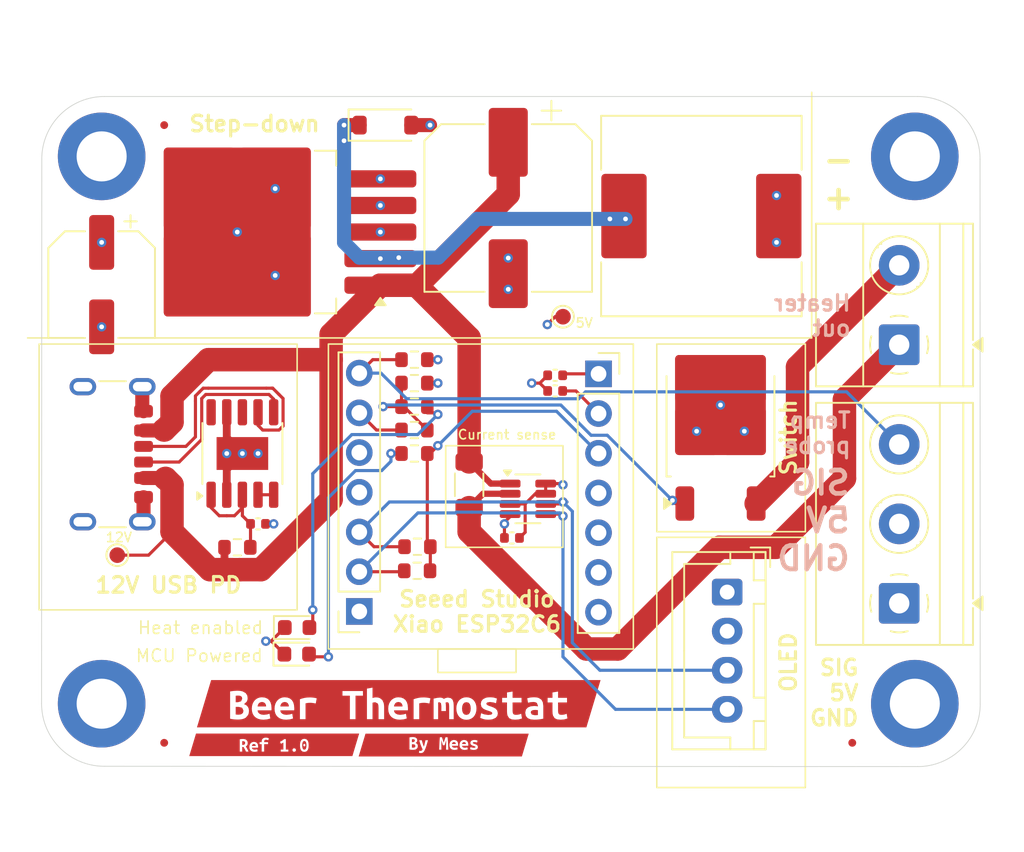
<source format=kicad_pcb>
(kicad_pcb (version 20241229) (generator "pcbnew") (generator_version "9.0")
  (layers (0 "F.Cu" signal) (4 "In1.Cu" signal) (6 "In2.Cu" signal) (2 "B.Cu" signal) (13 "F.Paste" user) (15 "B.Paste" user) (5 "F.SilkS" user "F.Silkscreen") (7 "B.SilkS" user "B.Silkscreen") (1 "F.Mask" user) (3 "B.Mask" user) (25 "Edge.Cuts" user))
  (net 0 "")
  (net 1 "VDD")
  (net 2 "+5V")
  (net 3 "Net-(D1-K)")
  (net 4 "Net-(D2-A)")
  (net 5 "Net-(J1-CC1)")
  (net 6 "Net-(J1-CC2)")
  (net 7 "Net-(U3-DM)")
  (net 8 "Net-(J3-Pin_7)")
  (net 9 "Net-(J3-Pin_6)")
  (net 10 "Net-(J3-Pin_4)")
  (net 11 "Net-(J3-Pin_5)")
  (net 12 "SCL")
  (net 13 "Net-(J4-Pin_1)")
  (net 14 "Net-(J4-Pin_5)")
  (net 15 "Net-(J4-Pin_4)")
  (net 16 "SDA")
  (net 17 "D1")
  (net 18 "D0")
  (net 20 "Net-(D3-A)")
  (net 21 "Net-(J3-Pin_2)")
  (net 22 "GND")
  (net 23 "HEAT+")
  (net 24 "HEAT-")
  (net 25 "Net-(Q1-G)")
  (net 26 "VBUS")
  (net 27 "+3V3")
  (footprint "LED_SMD:LED_0603_1608Metric" (layer "F.Cu") (at 136 105.129171)
    (property "Reference" "D2" (hide yes))
    (property "Value" "Red LED")
  )
  (footprint "Resistor_SMD:R_0603_1608Metric" (layer "F.Cu") (at 143.675 101.5 180)
    (property "Reference" "R8" (hide yes))
    (property "Value" "4.7k")
  )
  (footprint "Capacitor_SMD:C_0402_1005Metric" (layer "F.Cu") (at 152.5 90)
    (property "Reference" "C4" (hide yes))
    (property "Value" "1uF")
  )
  (footprint "kibuzzard-67EFB7D4" (layer "F.Cu") (at 145.372723 112.644594)
    (property "Reference" "kibuzzard-67EFB7D4" (hide yes))
    (property "Value" "G***" (hide yes))
  )
  (footprint "MountingHole:MountingHole_3.2mm_M3_DIN965_Pad" (layer "F.Cu") (at 175.5 75)
    (property "Reference" "H3" (hide yes))
    (property "Value" "MountingHole")
  )
  (footprint "MountingHole:MountingHole_3.2mm_M3_DIN965_Pad" (layer "F.Cu") (at 123.5 75)
    (property "Reference" "H1" (hide yes))
    (property "Value" "MountingHole")
  )
  (footprint "Capacitor_SMD:C_0402_1005Metric" (layer "F.Cu") (at 133.5 98.5 180)
    (property "Reference" "C6" (hide yes))
    (property "Value" "1uF")
  )
  (footprint "Inductor_SMD:L_SXN_SMDRI127" (layer "F.Cu") (at 161.8514 78.815375)
    (property "Reference" "L1" (hide yes))
    (property "Value" "33uH")
  )
  (footprint "Resistor_SMD:R_1206_3216Metric" (layer "F.Cu") (at 147 96 -90)
    (property "Reference" "R10" (hide yes))
    (property "Value" "20m")
  )
  (footprint "Connector_JST:JST_XH_B4B-XH-A_1x04_P2.50mm_Vertical" (layer "F.Cu") (at 163.5 102.860525 -90)
    (property "Reference" "J5" (hide yes))
    (property "Value" "Conn_01x04_Pin")
  )
  (footprint "TerminalBlock_Phoenix:TerminalBlock_Phoenix_MKDS-1,5-2-5.08_1x02_P5.08mm_Horizontal" (layer "F.Cu") (at 174.5 87.045 90)
    (property "Reference" "J2" (hide yes))
    (property "Value" "Screw_Terminal_01x02")
  )
  (footprint "Package_TO_SOT_SMD:TO-252-2" (layer "F.Cu") (at 163.0725 92.16 90)
    (property "Reference" "Q1" (hide yes))
    (property "Value" "AOD4184A")
  )
  (footprint "Capacitor_SMD:CP_Elec_10x10.5" (layer "F.Cu") (at 149.5 78.3 -90)
    (property "Reference" "C2" (hide yes))
    (property "Value" "680uF")
  )
  (footprint "Capacitor_SMD:C_0402_1005Metric" (layer "F.Cu") (at 152.5 89)
    (property "Reference" "C1" (hide yes))
    (property "Value" "1uF")
  )
  (footprint "Fiducial:Fiducial_0.5mm_Mask1.5mm" (layer "F.Cu") (at 127.5 112.5)
    (property "Reference" "FID2" (hide yes))
    (property "Value" "Fiducial")
  )
  (footprint "TestPoint:TestPoint_Pad_D1.0mm" (layer "F.Cu") (at 124.5 100.5)
    (property "Reference" "TP1" (hide yes))
    (property "Value" "TestPoint")
  )
  (footprint "Connector_USB:USB_C_Receptacle_GCT_USB4125-xx-x_6P_TopMnt_Horizontal" (layer "F.Cu") (at 123.098973 94.045995 -90)
    (property "Reference" "J1" (hide yes))
    (property "Value" "USB_C_Receptacle_USB2.0_14P")
  )
  (footprint "Package_TO_SOT_SMD:SOT-23-8" (layer "F.Cu") (at 150.75747 96.899003)
    (property "Reference" "U4" (hide yes))
    (property "Value" "INA219AxDCN")
  )
  (footprint "LED_SMD:LED_0603_1608Metric" (layer "F.Cu") (at 135.974165 106.829694)
    (property "Reference" "D3" (hide yes))
    (property "Value" "Red LED")
  )
  (footprint "TestPoint:TestPoint_Pad_D1.0mm" (layer "F.Cu") (at 153 85.252164)
    (property "Reference" "TP2" (hide yes))
    (property "Value" "TestPoint")
  )
  (footprint "MountingHole:MountingHole_3.2mm_M3_DIN965_Pad" (layer "F.Cu") (at 123.5 110)
    (property "Reference" "H2" (hide yes))
    (property "Value" "MountingHole")
  )
  (footprint "kibuzzard-67EFB7C2" (layer "F.Cu") (at 142.5 110)
    (property "Reference" "kibuzzard-67EFB7C2" (hide yes))
    (property "Value" "G***" (hide yes))
  )
  (footprint "Capacitor_SMD:C_0402_1005Metric" (layer "F.Cu") (at 149.73747 99.399003)
    (property "Reference" "C5" (hide yes))
    (property "Value" "1uF")
  )
  (footprint "Resistor_SMD:R_0603_1608Metric" (layer "F.Cu") (at 143.5 92.5 180)
    (property "Reference" "R7" (hide yes))
    (property "Value" "200R")
  )
  (footprint "Resistor_SMD:R_0603_1608Metric" (layer "F.Cu") (at 143.5 88 180)
    (property "Reference" "R4" (hide yes))
    (property "Value" "10K")
  )
  (footprint "Capacitor_SMD:CP_Elec_6.3x7.7" (layer "F.Cu") (at 123.5 83.2 -90)
    (property "Reference" "C3" (hide yes))
    (property "Value" "220uF")
  )
  (footprint "MountingHole:MountingHole_3.2mm_M3_DIN965_Pad" (layer "F.Cu") (at 175.5 110)
    (property "Reference" "H4" (hide yes))
    (property "Value" "MountingHole")
  )
  (footprint "Resistor_SMD:R_0603_1608Metric" (layer "F.Cu") (at 143.5 89.5)
    (property "Reference" "R2" (hide yes))
    (property "Value" "10K")
  )
  (footprint "Package_TO_SOT_SMD:TO-263-5_TabPin3" (layer "F.Cu") (at 133.67311 79.838457 180)
    (property "Reference" "U2" (hide yes))
    (property "Value" "LM2596S-5")
  )
  (footprint "Diode_SMD:D_SOD-123" (layer "F.Cu") (at 141.65 73)
    (property "Reference" "D1" (hide yes))
    (property "Value" "D")
  )
  (footprint "Fiducial:Fiducial_0.5mm_Mask1.5mm" (layer "F.Cu") (at 171.5 112.5)
    (property "Reference" "FID3" (hide yes))
    (property "Value" "Fiducial")
  )
  (footprint "Resistor_SMD:R_0603_1608Metric" (layer "F.Cu") (at 143.693317 99.96068 180)
    (property "Reference" "R9" (hide yes))
    (property "Value" "4.7k")
  )
  (footprint "TerminalBlock_Phoenix:TerminalBlock_Phoenix_MKDS-1,5-3-5.08_1x03_P5.08mm_Horizontal" (layer "F.Cu") (at 174.5 103.58 90)
    (property "Reference" "J6" (hide yes))
    (property "Value" "Screw_Terminal_01x03")
  )
  (footprint "Resistor_SMD:R_0603_1608Metric" (layer "F.Cu") (at 143.5 94 180)
    (property "Reference" "R6" (hide yes))
    (property "Value" "200R")
  )
  (footprint "Connector_PinSocket_2.54mm:PinSocket_1x07_P2.54mm_Vertical" (layer "F.Cu") (at 139.975 104.1 180)
    (property "Reference" "J4" (hide yes))
    (property "Value" "Conn_01x07_Socket")
  )
  (footprint "Fiducial:Fiducial_0.5mm_Mask1.5mm" (layer "F.Cu") (at 127.5 73)
    (property "Reference" "FID1" (hide yes))
    (property "Value" "Fiducial")
  )
  (footprint "Resistor_SMD:R_0603_1608Metric" (layer "F.Cu") (at 132.18 100)
    (property "Reference" "R1" (hide yes))
    (property "Value" "1K")
  )
  (footprint "Package_SO:SSOP-10-1EP_3.9x4.9mm_P1mm_EP2.1x3.3mm" (layer "F.Cu") (at 132.5 94 90)
    (property "Reference" "U3" (hide yes))
    (property "Value" "CH224K")
  )
  (footprint "kibuzzard-67EFB7CE" (layer "F.Cu") (at 134.534557 112.629329)
    (property "Reference" "kibuzzard-67EFB7CE" (hide yes))
    (property "Value" "G***" (hide yes))
  )
  (footprint "Connector_PinSocket_2.54mm:PinSocket_1x07_P2.54mm_Vertical" (layer "F.Cu") (at 155.27424 88.905338)
    (property "Reference" "J3" (hide yes))
    (property "Value" "Conn_01x07_Socket")
  )
  (footprint "Resistor_SMD:R_0603_1608Metric" (layer "F.Cu") (at 143.5 91)
    (property "Reference" "R3" (hide yes))
    (property "Value" "200R")
  )
  (gr_line (start 144.5 88) (end 145 88) (stroke (width 0.2)) (layer "F.Cu") (net 2))
  (gr_rect (start 119.5 87) (end 136 104) (stroke (width 0.1)) (fill no) (layer "F.SilkS"))
  (gr_rect (start 159 87) (end 168.5 99) (stroke (width 0.1)) (fill no) (layer "F.SilkS"))
  (gr_rect (start 138 87) (end 157.5 106.5) (stroke (width 0.1)) (fill no) (layer "F.SilkS"))
  (gr_rect (start 145.5 93.5) (end 153 100) (stroke (width 0.1)) (fill no) (layer "F.SilkS"))
  (gr_line (start 126.91 86.61) (end 168.903562 86.61) (stroke (width 0.1)) (layer "F.SilkS"))
  (gr_rect (start 145 106.5) (end 150 108) (stroke (width 0.1)) (fill no) (layer "F.SilkS"))
  (gr_rect (start 159 99.360525) (end 168.5 115.360525) (stroke (width 0.1)) (fill no) (layer "F.SilkS"))
  (gr_line (start 120.09 86.61) (end 118.765612 86.61) (stroke (width 0.1)) (layer "F.SilkS"))
  (gr_line (start 168.903562 86.61) (end 168.904479 70.907363) (stroke (width 0.1)) (layer "F.SilkS"))
  (gr_arc (start 123.66 114) (mid 120.831573 112.828427) (end 119.66 110) (stroke (width 0.05)) (layer "Edge.Cuts"))
  (gr_line (start 119.671573 75.171573) (end 119.66 110) (stroke (width 0.05)) (layer "Edge.Cuts"))
  (gr_line (start 175.671573 71.171573) (end 123.671573 71.171573) (stroke (width 0.05)) (layer "Edge.Cuts"))
  (gr_arc (start 179.682055 110.021421) (mid 178.510482 112.849848) (end 175.682055 114.021421) (stroke (width 0.05)) (layer "Edge.Cuts"))
  (gr_arc (start 119.671573 75.171573) (mid 120.843146 72.343146) (end 123.671573 71.171573) (stroke (width 0.05)) (layer "Edge.Cuts"))
  (gr_arc (start 175.671573 71.171573) (mid 178.5 72.343146) (end 179.671573 75.171573) (stroke (width 0.05)) (layer "Edge.Cuts"))
  (gr_line (start 179.682055 110.021421) (end 179.671573 75.171573) (stroke (width 0.05)) (layer "Edge.Cuts"))
  (gr_line (start 123.66 114) (end 175.682055 114.021421) (stroke (width 0.05)) (layer "Edge.Cuts"))
  (gr_text "OLED" (at 168 109.360525 90) (layer "F.SilkS") (effects (font (size 1 1) (thickness 0.2) (bold yes)) (justify left bottom)))
  (gr_text "Seeed Studio\nXiao ESP32C6" (at 147.5 105.5 0) (layer "F.SilkS") (effects (font (size 1 1) (thickness 0.2) (bold yes)) (justify bottom)))
  (gr_text "Step-down" (at 129 73.5 0) (layer "F.SilkS") (effects (font (size 1 1) (thickness 0.2) (bold yes)) (justify left bottom)))
  (gr_text "12V USB PD" (at 123 103 0) (layer "F.SilkS") (effects (font (size 1 1) (thickness 0.2) (bold yes)) (justify left bottom)))
  (gr_text "MCU Powered" (at 133.863293 107.396432 0) (layer "F.SilkS") (effects (font (size 0.8 0.8) (thickness 0.1)) (justify right bottom)))
  (gr_text "SIG\n5V\nGND" (at 172 111.5 0) (layer "F.SilkS") (effects (font (size 1 1) (thickness 0.2) (bold yes)) (justify right bottom)))
  (gr_text "Heat enabled" (at 125.75458 105.609027 0) (layer "F.SilkS") (effects (font (size 0.8 0.8) (thickness 0.1)) (justify left bottom)))
  (gr_text "5V" (at 153.749567 86 0) (layer "F.SilkS") (effects (font (size 0.6 0.6) (thickness 0.1)) (justify left bottom)))
  (gr_text "Switch" (at 168 95.5 90) (layer "F.SilkS") (effects (font (size 1 1) (thickness 0.2) (bold yes)) (justify left bottom)))
  (gr_text "12V" (at 123.709261 99.712003 0) (layer "F.SilkS") (effects (font (size 0.6 0.6) (thickness 0.1)) (justify left bottom)))
  (gr_text "Current sense" (at 146.214399 93.145345 0) (layer "F.SilkS") (effects (font (size 0.6 0.6) (thickness 0.1) (bold yes)) (justify left bottom)))
  (gr_text "-\n+" (at 169.5 78.5 0) (layer "F.SilkS") (effects (font (size 1.5 1.5) (thickness 0.3) (bold yes)) (justify left bottom)))
  (gr_text "Heater\nout" (at 171.5 86.58 0) (layer "B.SilkS") (effects (font (size 1 1) (thickness 0.2) (bold yes)) (justify left bottom mirror)))
  (gr_text "SIG\n5V\nGND" (at 171.5 101.58 0) (layer "B.SilkS") (effects (font (size 1.5 1.5) (thickness 0.3) (bold yes)) (justify left bottom mirror)))
  (gr_text "Temp\nprobe" (at 171.5 94.08 0) (layer "B.SilkS") (effects (font (size 1 1) (thickness 0.2) (bold yes)) (justify left bottom mirror)))
  (segment (start 133.02 99.985) (end 133.005 100) (width 0.2) (layer "F.Cu") (net 1))
  (segment (start 132.5 97.474999) (end 132.5 96.6375) (width 0.2) (layer "F.Cu") (net 1))
  (segment (start 133.02 98.5) (end 133.02 99.985) (width 0.2) (layer "F.Cu") (net 1))
  (segment (start 132.5 97.98) (end 133.02 98.5) (width 0.2) (layer "F.Cu") (net 1))
  (segment (start 131.02 97.98) (end 130.5 97.46) (width 0.2) (layer "F.Cu") (net 1))
  (segment (start 131.994999 97.98) (end 132.5 97.474999) (width 0.2) (layer "F.Cu") (net 1))
  (segment (start 131.5 97.98) (end 131.02 97.98) (width 0.2) (layer "F.Cu") (net 1))
  (segment (start 130.5 97.46) (end 130.5 96.6375) (width 0.2) (layer "F.Cu") (net 1))
  (segment (start 131.5 97.98) (end 131.994999 97.98) (width 0.2) (layer "F.Cu") (net 1))
  (segment (start 132.5 96.6375) (end 132.5 97.98) (width 0.2) (layer "F.Cu") (net 1))
  (segment (start 149.61997 98.036503) (end 149.25747 98.399003) (width 0.2) (layer "F.Cu") (net 2))
  (segment (start 149.25747 99.399003) (end 149.25747 98.399003) (width 0.2) (layer "F.Cu") (net 2))
  (segment (start 153 85.252164) (end 152.5 85.252164) (width 0.2) (layer "F.Cu") (net 2))
  (segment (start 155.27424 88.905338) (end 153.074662 88.905338) (width 0.2) (layer "F.Cu") (net 2))
  (segment (start 152.5 85.252164) (end 152 85.752164) (width 0.2) (layer "F.Cu") (net 2))
  (segment (start 149.61997 97.874003) (end 149.61997 98.036503) (width 0.2) (layer "F.Cu") (net 2))
  (segment (start 153.074662 88.905338) (end 152.98 89) (width 0.2) (layer "F.Cu") (net 2))
  (segment (start 144.325 88) (end 145 88) (width 0.2) (layer "F.Cu") (net 2))
  (via (at 152 85.752164) (size 0.6) (drill 0.3) (layers "F.Cu" "B.Cu") (net 2))
  (via (at 141.32311 78.138457) (size 0.6) (drill 0.3) (layers "F.Cu" "B.Cu") (net 2))
  (via (at 166.656708 77.5) (size 0.6) (drill 0.3) (layers "F.Cu" "B.Cu") (net 2))
  (via (at 123.5 80.5) (size 0.6) (drill 0.3) (layers "F.Cu" "B.Cu") (net 2))
  (via (at 166.656708 80.5) (size 0.6) (drill 0.3) (layers "F.Cu" "B.Cu") (net 2))
  (via (at 149.25747 98.5) (size 0.6) (drill 0.3) (layers "F.Cu" "B.Cu") (net 2))
  (via (at 145 88) (size 0.6) (drill 0.3) (layers "F.Cu" "B.Cu") (net 2))
  (segment (start 140 73) (end 139 73) (width 0.9) (layer "F.Cu") (net 3))
  (segment (start 139 73) (end 139 74) (width 0.9) (layer "F.Cu") (net 3))
  (via (at 141.32311 81.538457) (size 0.6) (drill 0.3) (layers "F.Cu" "B.Cu") (net 3))
  (via (at 139 73) (size 0.6) (drill 0.3) (layers "F.Cu" "B.Cu") (net 3))
  (via (at 157 79) (size 0.6) (drill 0.3) (layers "F.Cu" "B.Cu") (net 3))
  (via (at 156 79) (size 0.6) (drill 0.3) (layers "F.Cu" "B.Cu") (net 3))
  (via (at 139 74) (size 0.6) (drill 0.3) (layers "F.Cu" "B.Cu") (net 3))
  (via (at 142.5 81.475) (size 0.6) (drill 0.3) (layers "F.Cu" "B.Cu") (net 3))
  (segment (start 145.025 81.475) (end 147.5 79) (width 0.9) (layer "B.Cu") (net 3))
  (segment (start 147.5 79) (end 157 79) (width 0.9) (layer "B.Cu") (net 3))
  (segment (start 142.5 81.475) (end 145.025 81.475) (width 0.9) (layer "B.Cu") (net 3))
  (segment (start 139 80.5) (end 139 73) (width 0.9) (layer "B.Cu") (net 3))
  (segment (start 139.975 81.475) (end 139 80.5) (width 0.9) (layer "B.Cu") (net 3))
  (segment (start 142.5 81.475) (end 139.975 81.475) (width 0.9) (layer "B.Cu") (net 3))
  (segment (start 137 104) (end 137 104.954171) (width 0.2) (layer "F.Cu") (net 4))
  (segment (start 145 91.5) (end 144.901 91.401) (width 0.2) (layer "F.Cu") (net 4))
  (segment (start 144.325 91) (end 144.5 91) (width 0.2) (layer "F.Cu") (net 4))
  (segment (start 137 104.954171) (end 136.825 105.129171) (width 0.2) (layer "F.Cu") (net 4))
  (segment (start 144.901 91.401) (end 144.325 91.401) (width 0.2) (layer "F.Cu") (net 4))
  (via (at 145 91.5) (size 0.6) (drill 0.3) (layers "F.Cu" "B.Cu") (net 4))
  (via (at 137 104) (size 0.6) (drill 0.3) (layers "F.Cu" "B.Cu") (net 4))
  (segment (start 137 95.28724) (end 137 104) (width 0.2) (layer "B.Cu") (net 4))
  (segment (start 140 92.789) (end 139.49824 92.789) (width 0.2) (layer "B.Cu") (net 4))
  (segment (start 139.49824 92.789) (end 137 95.28724) (width 0.2) (layer "B.Cu") (net 4))
  (segment (start 140 92.789) (end 143.711 92.789) (width 0.2) (layer "B.Cu") (net 4))
  (segment (start 143.711 92.789) (end 145 91.5) (width 0.2) (layer "B.Cu") (net 4))
  (segment (start 135.101 90.484032) (end 135.101 92.240968) (width 0.2) (layer "F.Cu") (net 5))
  (segment (start 129.7329 90.083032) (end 129.758032 90.0579) (width 0.2) (layer "F.Cu") (net 5))
  (segment (start 130.325132 89.823) (end 134.032899 89.823) (width 0.2) (layer "F.Cu") (net 5))
  (segment (start 129.498 90.317932) (end 129.7329 90.083032) (width 0.2) (layer "F.Cu") (net 5))
  (segment (start 134.840968 90.224) (end 135.101 90.484032) (width 0.2) (layer "F.Cu") (net 5))
  (segment (start 129.498 92.9349) (end 129.498 90.650132) (width 0.2) (layer "F.Cu") (net 5))
  (segment (start 135.101 92.240968) (end 134.840968 92.501) (width 0.2) (layer "F.Cu") (net 5))
  (segment (start 126.178973 93.545995) (end 128.886905 93.545995) (width 0.2) (layer "F.Cu") (net 5))
  (segment (start 134.840968 92.501) (end 134.159032 92.501) (width 0.2) (layer "F.Cu") (net 5))
  (segment (start 134.032899 89.823) (end 134.365099 89.823) (width 0.2) (layer "F.Cu") (net 5))
  (segment (start 133.801001 92.501) (end 133.5 92.199999) (width 0.2) (layer "F.Cu") (net 5))
  (segment (start 134.439968 89.823) (end 134.840968 90.224) (width 0.2) (layer "F.Cu") (net 5))
  (segment (start 129.992932 89.823) (end 130.325132 89.823) (width 0.2) (layer "F.Cu") (net 5))
  (segment (start 134.159032 92.501) (end 133.801001 92.501) (width 0.2) (layer "F.Cu") (net 5))
  (segment (start 129.498 90.650132) (end 129.498 90.317932) (width 0.2) (layer "F.Cu") (net 5))
  (segment (start 129.758032 90.0579) (end 129.992932 89.823) (width 0.2) (layer "F.Cu") (net 5))
  (segment (start 128.886905 93.545995) (end 129.498 92.9349) (width 0.2) (layer "F.Cu") (net 5))
  (segment (start 133.5 92.199999) (end 133.5 91.3625) (width 0.2) (layer "F.Cu") (net 5))
  (segment (start 134.365099 89.823) (end 134.439968 89.823) (width 0.2) (layer "F.Cu") (net 5))
  (segment (start 130.159032 90.224) (end 134.198999 90.224) (width 0.2) (layer "F.Cu") (net 6))
  (segment (start 126.178973 94.545995) (end 128.454005 94.545995) (width 0.2) (layer "F.Cu") (net 6))
  (segment (start 134.5 90.525001) (end 134.5 91.3625) (width 0.2) (layer "F.Cu") (net 6))
  (segment (start 128.454005 94.545995) (end 129.899 93.101) (width 0.2) (layer "F.Cu") (net 6))
  (segment (start 129.899 93.101) (end 129.899 90.484032) (width 0.2) (layer "F.Cu") (net 6))
  (segment (start 129.899 90.484032) (end 130.159032 90.224) (width 0.2) (layer "F.Cu") (net 6))
  (segment (start 134.198999 90.224) (end 134.5 90.525001) (width 0.2) (layer "F.Cu") (net 6))
  (segment (start 133.5 96.6375) (end 134.5 96.6375) (width 0.2) (layer "F.Cu") (net 7))
  (segment (start 142.79 101.56) (end 142.85 101.5) (width 0.2) (layer "F.Cu") (net 12))
  (segment (start 152.874003 97.874003) (end 153 98) (width 0.2) (layer "F.Cu") (net 12))
  (segment (start 139.975 101.56) (end 142.79 101.56) (width 0.2) (layer "F.Cu") (net 12))
  (segment (start 151.89497 97.874003) (end 152.874003 97.874003) (width 0.2) (layer "F.Cu") (net 12))
  (via (at 153 98) (size 0.6) (drill 0.3) (layers "F.Cu" "B.Cu") (net 12))
  (segment (start 142 99.523003) (end 142 99.535) (width 0.2) (layer "B.Cu") (net 12))
  (segment (start 146.139923 97.798003) (end 146.188926 97.749) (width 0.2) (layer "B.Cu") (net 12))
  (segment (start 147.188926 97.749) (end 147.811074 97.749) (width 0.2) (layer "B.Cu") (net 12))
  (segment (start 147.811074 97.749) (end 147.860077 97.798003) (width 0.2) (layer "B.Cu") (net 12))
  (segment (start 156.360525 110.360525) (end 153 107) (width 0.2) (layer "B.Cu") (net 12))
  (segment (start 153 107) (end 153 98) (width 0.2) (layer "B.Cu") (net 12))
  (segment (start 146.188926 97.749) (end 147.188926 97.749) (width 0.2) (layer "B.Cu") (net 12))
  (segment (start 142 99.535) (end 139.975 101.56) (width 0.2) (layer "B.Cu") (net 12))
  (segment (start 163.5 110.360525) (end 156.360525 110.360525) (width 0.2) (layer "B.Cu") (net 12))
  (segment (start 152.798003 97.798003) (end 153 98) (width 0.2) (layer "B.Cu") (net 12))
  (segment (start 147.860077 97.798003) (end 152.798003 97.798003) (width 0.2) (layer "B.Cu") (net 12))
  (segment (start 143.725 97.798003) (end 142 99.523003) (width 0.2) (layer "B.Cu") (net 12))
  (segment (start 143.725 97.798003) (end 146.139923 97.798003) (width 0.2) (layer "B.Cu") (net 12))
  (segment (start 153.25747 97.099) (end 153.132467 97.224003) (width 0.2) (layer "F.Cu") (net 16))
  (segment (start 139.975 99.02) (end 140.91568 99.96068) (width 0.2) (layer "F.Cu") (net 16))
  (segment (start 140.91568 99.96068) (end 142.868317 99.96068) (width 0.2) (layer "F.Cu") (net 16))
  (segment (start 153.132467 97.224003) (end 151.89497 97.224003) (width 0.2) (layer "F.Cu") (net 16))
  (via (at 153 97.099) (size 0.6) (drill 0.3) (layers "F.Cu" "B.Cu") (net 16))
  (segment (start 163.5 107.860525) (end 155.360525 107.860525) (width 0.2) (layer "B.Cu") (net 16))
  (segment (start 153.25747 97.099) (end 141.896 97.099) (width 0.2) (layer "B.Cu") (net 16))
  (segment (start 155.360525 107.860525) (end 153.601 106.101) (width 0.2) (layer "B.Cu") (net 16))
  (segment (start 141.896 97.099) (end 139.975 99.02) (width 0.2) (layer "B.Cu") (net 16))
  (segment (start 153.601 97.7) (end 153 97.099) (width 0.2) (layer "B.Cu") (net 16))
  (segment (start 153.601 106.101) (end 153.601 97.7) (width 0.2) (layer "B.Cu") (net 16))
  (segment (start 142.675 92.5) (end 141.075 92.5) (width 0.2) (layer "F.Cu") (net 17))
  (segment (start 141.075 92.5) (end 139.975 91.4) (width 0.2) (layer "F.Cu") (net 17))
  (segment (start 140.835 88) (end 142.675 88) (width 0.2) (layer "F.Cu") (net 18))
  (segment (start 139.975 88.86) (end 140.835 88) (width 0.2) (layer "F.Cu") (net 18))
  (segment (start 143 90.498) (end 153.998 90.498) (width 0.2) (layer "B.Cu") (net 18))
  (segment (start 154.443662 90.056338) (end 171.136338 90.056338) (width 0.2) (layer "B.Cu") (net 18))
  (segment (start 154 90.5) (end 154.443662 90.056338) (width 0.2) (layer "B.Cu") (net 18))
  (segment (start 139.975 88.86) (end 141.362 88.86) (width 0.2) (layer "B.Cu") (net 18))
  (segment (start 141.362 88.86) (end 143 90.498) (width 0.2) (layer "B.Cu") (net 18))
  (segment (start 171.136338 90.056338) (end 174.5 93.42) (width 0.2) (layer "B.Cu") (net 18))
  (segment (start 153.998 90.498) (end 154 90.5) (width 0.2) (layer "B.Cu") (net 18))
  (segment (start 136.969471 107) (end 136.799165 106.829694) (width 0.2) (layer "F.Cu") (net 20))
  (segment (start 138 107) (end 136.969471 107) (width 0.2) (layer "F.Cu") (net 20))
  (segment (start 142.675 94) (end 142 94) (width 0.2) (layer "F.Cu") (net 20))
  (via (at 142 94) (size 0.6) (drill 0.3) (layers "F.Cu" "B.Cu") (net 20))
  (via (at 138 107) (size 0.6) (drill 0.3) (layers "F.Cu" "B.Cu") (net 20))
  (segment (start 138 107) (end 138 96.82724) (width 0.2) (layer "B.Cu") (net 20))
  (segment (start 142 94) (end 142 94.5) (width 0.2) (layer "B.Cu") (net 20))
  (segment (start 139.73624 95.091) (end 141.409 95.091) (width 0.2) (layer "B.Cu") (net 20))
  (segment (start 138 96.82724) (end 139.73624 95.091) (width 0.2) (layer "B.Cu") (net 20))
  (segment (start 142 94.5) (end 141.409 95.091) (width 0.2) (layer "B.Cu") (net 20))
  (segment (start 153.828902 90) (end 152.98 90) (width 0.2) (layer "F.Cu") (net 21))
  (segment (start 155.27424 91.445338) (end 153.828902 90) (width 0.2) (layer "F.Cu") (net 21))
  (segment (start 151.89497 96.574003) (end 151.232471 96.574003) (width 0.2) (layer "F.Cu") (net 22))
  (segment (start 151.232471 96.574003) (end 150.582471 97.224003) (width 0.2) (layer "F.Cu") (net 22))
  (segment (start 152.924003 95.924003) (end 153 96) (width 0.2) (layer "F.Cu") (net 22))
  (segment (start 151 89.5) (end 151.52 89.5) (width 0.2) (layer "F.Cu") (net 22))
  (segment (start 134 106) (end 134.356971 106) (width 0.2) (layer "F.Cu") (net 22))
  (segment (start 131.5 95) (end 132.5 94) (width 0.5) (layer "F.Cu") (net 22))
  (segment (start 126.178973 96.795995) (end 126.178973 98.285995) (width 0.9) (layer "F.Cu") (net 22))
  (segment (start 151.52 89.5) (end 152.02 89) (width 0.2) (layer "F.Cu") (net 22))
  (segment (start 151.52 89.5) (end 152.02 90) (width 0.2) (layer "F.Cu") (net 22))
  (segment (start 134.341671 106) (end 135.2125 105.129171) (width 0.2) (layer "F.Cu") (net 22))
  (segment (start 133.98 98.5) (end 134.5 98.5) (width 0.2) (layer "F.Cu") (net 22))
  (segment (start 134.356971 106) (end 135.186665 106.829694) (width 0.2) (layer "F.Cu") (net 22))
  (segment (start 126.098973 89.725995) (end 126.098973 91.215995) (width 0.9) (layer "F.Cu") (net 22))
  (segment (start 144.325 89.5) (end 145 89.5) (width 0.2) (layer "F.Cu") (net 22))
  (segment (start 126.098973 91.215995) (end 126.178973 91.295995) (width 0.9) (layer "F.Cu") (net 22))
  (segment (start 151.89497 95.924003) (end 151.89497 96.574003) (width 0.2) (layer "F.Cu") (net 22))
  (segment (start 143.3 73) (end 144.5 73) (width 0.9) (layer "F.Cu") (net 22))
  (segment (start 131.5 91.5) (end 131.5 93) (width 0.5) (layer "F.Cu") (net 22))
  (segment (start 131.5 91.3625) (end 131.5 91.5) (width 0.5) (layer "F.Cu") (net 22))
  (segment (start 150.21747 99.399003) (end 150.582471 99.034002) (width 0.2) (layer "F.Cu") (net 22))
  (segment (start 131.5 96.6375) (end 131.5 95) (width 0.5) (layer "F.Cu") (net 22))
  (segment (start 131.5 93) (end 132.5 94) (width 0.5) (layer "F.Cu") (net 22))
  (segment (start 151.89497 95.924003) (end 152.924003 95.924003) (width 0.2) (layer "F.Cu") (net 22))
  (segment (start 126.178973 98.285995) (end 126.098973 98.365995) (width 0.9) (layer "F.Cu") (net 22))
  (segment (start 150.582471 97.224003) (end 149.61997 97.224003) (width 0.2) (layer "F.Cu") (net 22))
  (segment (start 134 106) (end 134.341671 106) (width 0.2) (layer "F.Cu") (net 22))
  (segment (start 150.582471 99.034002) (end 150.582471 97.224003) (width 0.2) (layer "F.Cu") (net 22))
  (via (at 134 106) (size 0.6) (drill 0.3) (layers "F.Cu" "B.Cu") (net 22))
  (via (at 134.59811 82.613457) (size 0.6) (drill 0.3) (layers "F.Cu" "B.Cu") (net 22))
  (via (at 131.5 94) (size 0.6) (drill 0.3) (layers "F.Cu" "B.Cu") (net 22))
  (via (at 149.5 81.5) (size 0.6) (drill 0.3) (layers "F.Cu" "B.Cu") (net 22))
  (via (at 145 89.5) (size 0.6) (drill 0.3) (layers "F.Cu" "B.Cu") (net 22))
  (via (at 144.5 73) (size 0.6) (drill 0.3) (layers "F.Cu" "B.Cu") (net 22))
  (via (at 151 89.5) (size 0.6) (drill 0.3) (layers "F.Cu" "B.Cu") (net 22))
  (via (at 134.5 98.5) (size 0.6) (drill 0.3) (layers "F.Cu" "B.Cu") (net 22))
  (via (at 141.32311 79.838457) (size 0.6) (drill 0.3) (layers "F.Cu" "B.Cu") (net 22))
  (via (at 123.5 85.9) (size 0.6) (drill 0.3) (layers "F.Cu" "B.Cu") (net 22))
  (via (at 134.59811 77.063457) (size 0.6) (drill 0.3) (layers "F.Cu" "B.Cu") (net 22))
  (via (at 132.5 94) (size 0.6) (drill 0.3) (layers "F.Cu" "B.Cu") (net 22))
  (via (at 164.5975 92.575) (size 0.6) (drill 0.3) (layers "F.Cu" "B.Cu") (net 22))
  (via (at 141.32311 76.438457) (size 0.6) (drill 0.3) (layers "F.Cu" "B.Cu") (net 22))
  (via (at 153 96) (size 0.6) (drill 0.3) (layers "F.Cu" "B.Cu") (net 22))
  (via (at 149.5 83.5) (size 0.6) (drill 0.3) (layers "F.Cu" "B.Cu") (net 22))
  (via (at 161.5475 92.575) (size 0.6) (drill 0.3) (layers "F.Cu" "B.Cu") (net 22))
  (via (at 133.5 94) (size 0.6) (drill 0.3) (layers "F.Cu" "B.Cu") (net 22))
  (via (at 132.17311 79.838457) (size 0.6) (drill 0.3) (layers "F.Cu" "B.Cu") (net 22))
  (via (at 163.0725 90.9) (size 0.6) (drill 0.3) (layers "F.Cu" "B.Cu") (net 22))
  (segment (start 166.601395 100) (end 171 95.601395) (width 1.5) (layer "F.Cu") (net 23))
  (segment (start 147 98.99832) (end 154.50168 106.5) (width 1.5) (layer "F.Cu") (net 23))
  (segment (start 147 97.4625) (end 147 98.99832) (width 1.5) (layer "F.Cu") (net 23))
  (segment (start 147.888497 96.574003) (end 147 97.4625) (width 0.4) (layer "F.Cu") (net 23))
  (segment (start 171 95.601395) (end 171 90.545) (width 1.5) (layer "F.Cu") (net 23))
  (segment (start 163 100) (end 166.601395 100) (width 1.5) (layer "F.Cu") (net 23))
  (segment (start 156.5 106.5) (end 163 100) (width 1.5) (layer "F.Cu") (net 23))
  (segment (start 149.61997 96.574003) (end 147.888497 96.574003) (width 0.4) (layer "F.Cu") (net 23))
  (segment (start 154.50168 106.5) (end 156.5 106.5) (width 1.5) (layer "F.Cu") (net 23))
  (segment (start 171 90.545) (end 174.5 87.045) (width 1.5) (layer "F.Cu") (net 23))
  (segment (start 168 88.465) (end 174.5 81.965) (width 1.5) (layer "F.Cu") (net 24))
  (segment (start 168 94.5525) (end 168 88.465) (width 1.5) (layer "F.Cu") (net 24))
  (segment (start 165.3525 97.2) (end 168 94.5525) (width 1.5) (layer "F.Cu") (net 24))
  (segment (start 160.2 97.2) (end 160 97) (width 0.2) (layer "F.Cu") (net 25))
  (segment (start 142.825 91) (end 144.325 92.5) (width 0.2) (layer "F.Cu") (net 25))
  (segment (start 160.7925 97.2) (end 160.2 97.2) (width 0.2) (layer "F.Cu") (net 25))
  (segment (start 141.5 91) (end 142.675 91) (width 0.2) (layer "F.Cu") (net 25))
  (segment (start 142.675 89.5) (end 142.675 91) (width 0.2) (layer "F.Cu") (net 25))
  (segment (start 142.675 91) (end 142.825 91) (width 0.2) (layer "F.Cu") (net 25))
  (via (at 141.5 91) (size 0.6) (drill 0.3) (layers "F.Cu" "B.Cu") (net 25))
  (via (at 160 97) (size 0.6) (drill 0.3) (layers "F.Cu" "B.Cu") (net 25))
  (segment (start 152.862142 90.899) (end 141.601 90.899) (width 0.2) (layer "B.Cu") (net 25))
  (segment (start 154.79748 92.834338) (end 152.862142 90.899) (width 0.2) (layer "B.Cu") (net 25))
  (segment (start 155.834338 92.834338) (end 154.79748 92.834338) (width 0.2) (layer "B.Cu") (net 25))
  (segment (start 141.601 90.899) (end 141.5 91) (width 0.2) (layer "B.Cu") (net 25))
  (segment (start 160 97) (end 155.834338 92.834338) (width 0.2) (layer "B.Cu") (net 25))
  (segment (start 138.174 88) (end 138.174 86.387567) (width 1.5) (layer "F.Cu") (net 26))
  (segment (start 141.32311 83.238457) (end 143.678508 83.238457) (width 1.5) (layer "F.Cu") (net 26))
  (segment (start 138.174 96.939302) (end 138.174 88) (width 1.5) (layer "F.Cu") (net 26))
  (segment (start 143.678508 83.238457) (end 149.5 77.416965) (width 1.5) (layer "F.Cu") (net 26))
  (segment (start 132.322698 101.426) (end 133.687302 101.426) (width 1.5) (layer "F.Cu") (net 26))
  (segment (start 131.355 101.281) (end 131.5 101.426) (width 0.5) (layer "F.Cu") (net 26))
  (segment (start 131.355 100) (end 131.355 101.281) (width 0.5) (layer "F.Cu") (net 26))
  (segment (start 127.505005 92.494995) (end 127.474005 92.494995) (width 1.5) (layer "F.Cu") (net 26))
  (segment (start 148.386503 95.924003) (end 147 94.5375) (width 0.4) (layer "F.Cu") (net 26))
  (segment (start 147 86.615347) (end 147 94.5375) (width 1.5) (layer "F.Cu") (net 26))
  (segment (start 128 99) (end 130.426 101.426) (width 1.5) (layer "F.Cu") (net 26))
  (segment (start 133.687302 101.426) (end 138.174 96.939302) (width 1.5) (layer "F.Cu") (net 26))
  (segment (start 126.5 100.5) (end 128 99) (width 0.2) (layer "F.Cu") (net 26))
  (segment (start 128 96) (end 128 99) (width 1.5) (layer "F.Cu") (net 26))
  (segment (start 127.565995 95.565995) (end 128 96) (width 0.9) (layer "F.Cu") (net 26))
  (segment (start 124.5 100.5) (end 126.5 100.5) (width 0.2) (layer "F.Cu") (net 26))
  (segment (start 128 92) (end 127.505005 92.494995) (width 1.5) (layer "F.Cu") (net 26))
  (segment (start 147 94.5375) (end 147 94) (width 0.9) (layer "F.Cu") (net 26))
  (segment (start 149.61997 95.924003) (end 148.386503 95.924003) (width 0.4) (layer "F.Cu") (net 26))
  (segment (start 138.174 86.387567) (end 141.32311 83.238457) (width 1.5) (layer "F.Cu") (net 26))
  (segment (start 130.329594 88) (end 138.174 88) (width 1.5) (layer "F.Cu") (net 26))
  (segment (start 130.426 101.426) (end 131.5 101.426) (width 1.5) (layer "F.Cu") (net 26))
  (segment (start 149.5 77.416965) (end 149.5 74.1) (width 1.5) (layer "F.Cu") (net 26))
  (segment (start 128 90.329594) (end 130.329594 88) (width 1.5) (layer "F.Cu") (net 26))
  (segment (start 131.5 101.426) (end 132.322698 101.426) (width 1.5) (layer "F.Cu") (net 26))
  (segment (start 141.32311 83.238457) (end 143.62311 83.238457) (width 1.5) (layer "F.Cu") (net 26))
  (segment (start 143.62311 83.238457) (end 147 86.615347) (width 1.5) (layer "F.Cu") (net 26))
  (segment (start 126.178973 92.525995) (end 127.474005 92.525995) (width 0.9) (layer "F.Cu") (net 26))
  (segment (start 128 92) (end 128 90.329594) (width 1.5) (layer "F.Cu") (net 26))
  (segment (start 128 96) (end 127.596995 95.596995) (width 1.5) (layer "F.Cu") (net 26))
  (segment (start 127.596995 95.596995) (end 127.565995 95.596995) (width 1.5) (layer "F.Cu") (net 26))
  (segment (start 126.178973 95.565995) (end 126.954201 95.565995) (width 0.9) (layer "F.Cu") (net 26))
  (segment (start 144.518317 101.481683) (end 144.5 101.5) (width 0.2) (layer "F.Cu") (net 27))
  (segment (start 144.325 99.767363) (end 144.518317 99.96068) (width 0.2) (layer "F.Cu") (net 27))
  (segment (start 144.5 94) (end 145 93.5) (width 0.2) (layer "F.Cu") (net 27))
  (segment (start 144.518317 99.96068) (end 144.518317 101.481683) (width 0.2) (layer "F.Cu") (net 27))
  (segment (start 144.325 94) (end 144.325 99.767363) (width 0.2) (layer "F.Cu") (net 27))
  (segment (start 144.325 94) (end 144.5 94) (width 0.2) (layer "F.Cu") (net 27))
  (via (at 145 93.5) (size 0.6) (drill 0.3) (layers "F.Cu" "B.Cu") (net 27))
  (segment (start 145 93.5) (end 147.2 91.3) (width 0.2) (layer "B.Cu") (net 27))
  (segment (start 147.2 91.3) (end 152.588902 91.3) (width 0.2) (layer "B.Cu") (net 27))
  (segment (start 152.588902 91.3) (end 155.27424 93.985338) (width 0.2) (layer "B.Cu") (net 27))
)
</source>
